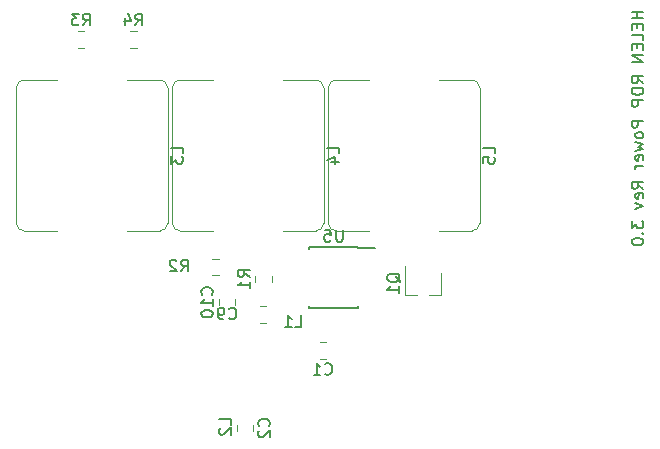
<source format=gbr>
G04 #@! TF.GenerationSoftware,KiCad,Pcbnew,5.1.4*
G04 #@! TF.CreationDate,2019-08-14T00:52:14-04:00*
G04 #@! TF.ProjectId,PowerRDP,506f7765-7252-4445-902e-6b696361645f,3*
G04 #@! TF.SameCoordinates,Original*
G04 #@! TF.FileFunction,Legend,Bot*
G04 #@! TF.FilePolarity,Positive*
%FSLAX46Y46*%
G04 Gerber Fmt 4.6, Leading zero omitted, Abs format (unit mm)*
G04 Created by KiCad (PCBNEW 5.1.4) date 2019-08-14 00:52:14*
%MOMM*%
%LPD*%
G04 APERTURE LIST*
%ADD10C,0.200000*%
%ADD11C,0.120000*%
%ADD12C,0.150000*%
G04 APERTURE END LIST*
D10*
X155646380Y-53642857D02*
X154646380Y-53642857D01*
X155122571Y-53642857D02*
X155122571Y-54214285D01*
X155646380Y-54214285D02*
X154646380Y-54214285D01*
X155122571Y-54690476D02*
X155122571Y-55023809D01*
X155646380Y-55166666D02*
X155646380Y-54690476D01*
X154646380Y-54690476D01*
X154646380Y-55166666D01*
X155646380Y-56071428D02*
X155646380Y-55595238D01*
X154646380Y-55595238D01*
X155122571Y-56404761D02*
X155122571Y-56738095D01*
X155646380Y-56880952D02*
X155646380Y-56404761D01*
X154646380Y-56404761D01*
X154646380Y-56880952D01*
X155646380Y-57309523D02*
X154646380Y-57309523D01*
X155646380Y-57880952D01*
X154646380Y-57880952D01*
X155646380Y-59690476D02*
X155170190Y-59357142D01*
X155646380Y-59119047D02*
X154646380Y-59119047D01*
X154646380Y-59500000D01*
X154694000Y-59595238D01*
X154741619Y-59642857D01*
X154836857Y-59690476D01*
X154979714Y-59690476D01*
X155074952Y-59642857D01*
X155122571Y-59595238D01*
X155170190Y-59500000D01*
X155170190Y-59119047D01*
X155646380Y-60119047D02*
X154646380Y-60119047D01*
X154646380Y-60357142D01*
X154694000Y-60500000D01*
X154789238Y-60595238D01*
X154884476Y-60642857D01*
X155074952Y-60690476D01*
X155217809Y-60690476D01*
X155408285Y-60642857D01*
X155503523Y-60595238D01*
X155598761Y-60500000D01*
X155646380Y-60357142D01*
X155646380Y-60119047D01*
X155646380Y-61119047D02*
X154646380Y-61119047D01*
X154646380Y-61500000D01*
X154694000Y-61595238D01*
X154741619Y-61642857D01*
X154836857Y-61690476D01*
X154979714Y-61690476D01*
X155074952Y-61642857D01*
X155122571Y-61595238D01*
X155170190Y-61500000D01*
X155170190Y-61119047D01*
X155646380Y-62880952D02*
X154646380Y-62880952D01*
X154646380Y-63261904D01*
X154694000Y-63357142D01*
X154741619Y-63404761D01*
X154836857Y-63452380D01*
X154979714Y-63452380D01*
X155074952Y-63404761D01*
X155122571Y-63357142D01*
X155170190Y-63261904D01*
X155170190Y-62880952D01*
X155646380Y-64023809D02*
X155598761Y-63928571D01*
X155551142Y-63880952D01*
X155455904Y-63833333D01*
X155170190Y-63833333D01*
X155074952Y-63880952D01*
X155027333Y-63928571D01*
X154979714Y-64023809D01*
X154979714Y-64166666D01*
X155027333Y-64261904D01*
X155074952Y-64309523D01*
X155170190Y-64357142D01*
X155455904Y-64357142D01*
X155551142Y-64309523D01*
X155598761Y-64261904D01*
X155646380Y-64166666D01*
X155646380Y-64023809D01*
X154979714Y-64690476D02*
X155646380Y-64880952D01*
X155170190Y-65071428D01*
X155646380Y-65261904D01*
X154979714Y-65452380D01*
X155598761Y-66214285D02*
X155646380Y-66119047D01*
X155646380Y-65928571D01*
X155598761Y-65833333D01*
X155503523Y-65785714D01*
X155122571Y-65785714D01*
X155027333Y-65833333D01*
X154979714Y-65928571D01*
X154979714Y-66119047D01*
X155027333Y-66214285D01*
X155122571Y-66261904D01*
X155217809Y-66261904D01*
X155313047Y-65785714D01*
X155646380Y-66690476D02*
X154979714Y-66690476D01*
X155170190Y-66690476D02*
X155074952Y-66738095D01*
X155027333Y-66785714D01*
X154979714Y-66880952D01*
X154979714Y-66976190D01*
X155646380Y-68642857D02*
X155170190Y-68309523D01*
X155646380Y-68071428D02*
X154646380Y-68071428D01*
X154646380Y-68452380D01*
X154694000Y-68547619D01*
X154741619Y-68595238D01*
X154836857Y-68642857D01*
X154979714Y-68642857D01*
X155074952Y-68595238D01*
X155122571Y-68547619D01*
X155170190Y-68452380D01*
X155170190Y-68071428D01*
X155598761Y-69452380D02*
X155646380Y-69357142D01*
X155646380Y-69166666D01*
X155598761Y-69071428D01*
X155503523Y-69023809D01*
X155122571Y-69023809D01*
X155027333Y-69071428D01*
X154979714Y-69166666D01*
X154979714Y-69357142D01*
X155027333Y-69452380D01*
X155122571Y-69500000D01*
X155217809Y-69500000D01*
X155313047Y-69023809D01*
X154979714Y-69833333D02*
X155646380Y-70071428D01*
X154979714Y-70309523D01*
X154646380Y-71357142D02*
X154646380Y-71976190D01*
X155027333Y-71642857D01*
X155027333Y-71785714D01*
X155074952Y-71880952D01*
X155122571Y-71928571D01*
X155217809Y-71976190D01*
X155455904Y-71976190D01*
X155551142Y-71928571D01*
X155598761Y-71880952D01*
X155646380Y-71785714D01*
X155646380Y-71500000D01*
X155598761Y-71404761D01*
X155551142Y-71357142D01*
X155551142Y-72404761D02*
X155598761Y-72452380D01*
X155646380Y-72404761D01*
X155598761Y-72357142D01*
X155551142Y-72404761D01*
X155646380Y-72404761D01*
X154646380Y-73071428D02*
X154646380Y-73166666D01*
X154694000Y-73261904D01*
X154741619Y-73309523D01*
X154836857Y-73357142D01*
X155027333Y-73404761D01*
X155265428Y-73404761D01*
X155455904Y-73357142D01*
X155551142Y-73309523D01*
X155598761Y-73261904D01*
X155646380Y-73166666D01*
X155646380Y-73071428D01*
X155598761Y-72976190D01*
X155551142Y-72928571D01*
X155455904Y-72880952D01*
X155265428Y-72833333D01*
X155027333Y-72833333D01*
X154836857Y-72880952D01*
X154741619Y-72928571D01*
X154694000Y-72976190D01*
X154646380Y-73071428D01*
D11*
X128253748Y-83006000D02*
X128776252Y-83006000D01*
X128253748Y-81586000D02*
X128776252Y-81586000D01*
X122630000Y-89161252D02*
X122630000Y-88638748D01*
X121210000Y-89161252D02*
X121210000Y-88638748D01*
X123705252Y-79958000D02*
X123182748Y-79958000D01*
X123705252Y-78538000D02*
X123182748Y-78538000D01*
X121106000Y-77979748D02*
X121106000Y-78502252D01*
X119686000Y-77979748D02*
X119686000Y-78502252D01*
X137472000Y-77590000D02*
X138522000Y-77590000D01*
X138522000Y-77590000D02*
X138522000Y-75740000D01*
X135472000Y-77590000D02*
X136472000Y-77590000D01*
X135462000Y-77570000D02*
X135462000Y-75140000D01*
X122787448Y-76012067D02*
X122787448Y-76534571D01*
X124207448Y-76012067D02*
X124207448Y-76534571D01*
X119163196Y-74556319D02*
X119685700Y-74556319D01*
X119163196Y-75976319D02*
X119685700Y-75976319D01*
D12*
X131508448Y-73580319D02*
X131508448Y-73630319D01*
X127358448Y-73580319D02*
X127358448Y-73725319D01*
X127358448Y-78730319D02*
X127358448Y-78585319D01*
X131508448Y-78730319D02*
X131508448Y-78585319D01*
X131508448Y-73580319D02*
X127358448Y-73580319D01*
X131508448Y-78730319D02*
X127358448Y-78730319D01*
X131508448Y-73630319D02*
X132908448Y-73630319D01*
D11*
X115366000Y-71560000D02*
X115366000Y-60060000D01*
X114716000Y-72210000D02*
X111966000Y-72210000D01*
X102566000Y-60060000D02*
X102566000Y-71560000D01*
X114716000Y-59410000D02*
X111966000Y-59410000D01*
X105966000Y-72210000D02*
X103216000Y-72210000D01*
X105966000Y-59410000D02*
X103216000Y-59410000D01*
X114716000Y-72210000D02*
G75*
G03X115366000Y-71560000I0J650000D01*
G01*
X102566000Y-71560000D02*
G75*
G03X103216000Y-72210000I650000J0D01*
G01*
X103216000Y-59410000D02*
G75*
G03X102566000Y-60060000I0J-650000D01*
G01*
X115366000Y-60060000D02*
G75*
G03X114716000Y-59410000I-650000J0D01*
G01*
X128574000Y-60060000D02*
G75*
G03X127924000Y-59410000I-650000J0D01*
G01*
X116424000Y-59410000D02*
G75*
G03X115774000Y-60060000I0J-650000D01*
G01*
X115774000Y-71560000D02*
G75*
G03X116424000Y-72210000I650000J0D01*
G01*
X127924000Y-72210000D02*
G75*
G03X128574000Y-71560000I0J650000D01*
G01*
X119174000Y-59410000D02*
X116424000Y-59410000D01*
X119174000Y-72210000D02*
X116424000Y-72210000D01*
X127924000Y-59410000D02*
X125174000Y-59410000D01*
X115774000Y-60060000D02*
X115774000Y-71560000D01*
X127924000Y-72210000D02*
X125174000Y-72210000D01*
X128574000Y-71560000D02*
X128574000Y-60060000D01*
X141782000Y-71560000D02*
X141782000Y-60060000D01*
X141132000Y-72210000D02*
X138382000Y-72210000D01*
X128982000Y-60060000D02*
X128982000Y-71560000D01*
X141132000Y-59410000D02*
X138382000Y-59410000D01*
X132382000Y-72210000D02*
X129632000Y-72210000D01*
X132382000Y-59410000D02*
X129632000Y-59410000D01*
X141132000Y-72210000D02*
G75*
G03X141782000Y-71560000I0J650000D01*
G01*
X128982000Y-71560000D02*
G75*
G03X129632000Y-72210000I650000J0D01*
G01*
X129632000Y-59410000D02*
G75*
G03X128982000Y-60060000I0J-650000D01*
G01*
X141782000Y-60060000D02*
G75*
G03X141132000Y-59410000I-650000J0D01*
G01*
X112736252Y-55290000D02*
X112213748Y-55290000D01*
X112736252Y-56710000D02*
X112213748Y-56710000D01*
X108286252Y-55290000D02*
X107763748Y-55290000D01*
X108286252Y-56710000D02*
X107763748Y-56710000D01*
D12*
X128681666Y-84303142D02*
X128729285Y-84350761D01*
X128872142Y-84398380D01*
X128967380Y-84398380D01*
X129110238Y-84350761D01*
X129205476Y-84255523D01*
X129253095Y-84160285D01*
X129300714Y-83969809D01*
X129300714Y-83826952D01*
X129253095Y-83636476D01*
X129205476Y-83541238D01*
X129110238Y-83446000D01*
X128967380Y-83398380D01*
X128872142Y-83398380D01*
X128729285Y-83446000D01*
X128681666Y-83493619D01*
X127729285Y-84398380D02*
X128300714Y-84398380D01*
X128015000Y-84398380D02*
X128015000Y-83398380D01*
X128110238Y-83541238D01*
X128205476Y-83636476D01*
X128300714Y-83684095D01*
X123927142Y-88733333D02*
X123974761Y-88685714D01*
X124022380Y-88542857D01*
X124022380Y-88447619D01*
X123974761Y-88304761D01*
X123879523Y-88209523D01*
X123784285Y-88161904D01*
X123593809Y-88114285D01*
X123450952Y-88114285D01*
X123260476Y-88161904D01*
X123165238Y-88209523D01*
X123070000Y-88304761D01*
X123022380Y-88447619D01*
X123022380Y-88542857D01*
X123070000Y-88685714D01*
X123117619Y-88733333D01*
X123117619Y-89114285D02*
X123070000Y-89161904D01*
X123022380Y-89257142D01*
X123022380Y-89495238D01*
X123070000Y-89590476D01*
X123117619Y-89638095D01*
X123212857Y-89685714D01*
X123308095Y-89685714D01*
X123450952Y-89638095D01*
X124022380Y-89066666D01*
X124022380Y-89685714D01*
X120562666Y-79605142D02*
X120610285Y-79652761D01*
X120753142Y-79700380D01*
X120848380Y-79700380D01*
X120991238Y-79652761D01*
X121086476Y-79557523D01*
X121134095Y-79462285D01*
X121181714Y-79271809D01*
X121181714Y-79128952D01*
X121134095Y-78938476D01*
X121086476Y-78843238D01*
X120991238Y-78748000D01*
X120848380Y-78700380D01*
X120753142Y-78700380D01*
X120610285Y-78748000D01*
X120562666Y-78795619D01*
X120086476Y-79700380D02*
X119896000Y-79700380D01*
X119800761Y-79652761D01*
X119753142Y-79605142D01*
X119657904Y-79462285D01*
X119610285Y-79271809D01*
X119610285Y-78890857D01*
X119657904Y-78795619D01*
X119705523Y-78748000D01*
X119800761Y-78700380D01*
X119991238Y-78700380D01*
X120086476Y-78748000D01*
X120134095Y-78795619D01*
X120181714Y-78890857D01*
X120181714Y-79128952D01*
X120134095Y-79224190D01*
X120086476Y-79271809D01*
X119991238Y-79319428D01*
X119800761Y-79319428D01*
X119705523Y-79271809D01*
X119657904Y-79224190D01*
X119610285Y-79128952D01*
X119103142Y-77598142D02*
X119150761Y-77550523D01*
X119198380Y-77407666D01*
X119198380Y-77312428D01*
X119150761Y-77169571D01*
X119055523Y-77074333D01*
X118960285Y-77026714D01*
X118769809Y-76979095D01*
X118626952Y-76979095D01*
X118436476Y-77026714D01*
X118341238Y-77074333D01*
X118246000Y-77169571D01*
X118198380Y-77312428D01*
X118198380Y-77407666D01*
X118246000Y-77550523D01*
X118293619Y-77598142D01*
X119198380Y-78550523D02*
X119198380Y-77979095D01*
X119198380Y-78264809D02*
X118198380Y-78264809D01*
X118341238Y-78169571D01*
X118436476Y-78074333D01*
X118484095Y-77979095D01*
X118198380Y-79169571D02*
X118198380Y-79264809D01*
X118246000Y-79360047D01*
X118293619Y-79407666D01*
X118388857Y-79455285D01*
X118579333Y-79502904D01*
X118817428Y-79502904D01*
X119007904Y-79455285D01*
X119103142Y-79407666D01*
X119150761Y-79360047D01*
X119198380Y-79264809D01*
X119198380Y-79169571D01*
X119150761Y-79074333D01*
X119103142Y-79026714D01*
X119007904Y-78979095D01*
X118817428Y-78931476D01*
X118579333Y-78931476D01*
X118388857Y-78979095D01*
X118293619Y-79026714D01*
X118246000Y-79074333D01*
X118198380Y-79169571D01*
X126150666Y-80335380D02*
X126626857Y-80335380D01*
X126626857Y-79335380D01*
X125293523Y-80335380D02*
X125864952Y-80335380D01*
X125579238Y-80335380D02*
X125579238Y-79335380D01*
X125674476Y-79478238D01*
X125769714Y-79573476D01*
X125864952Y-79621095D01*
X120721380Y-88604333D02*
X120721380Y-88128142D01*
X119721380Y-88128142D01*
X119816619Y-88890047D02*
X119769000Y-88937666D01*
X119721380Y-89032904D01*
X119721380Y-89271000D01*
X119769000Y-89366238D01*
X119816619Y-89413857D01*
X119911857Y-89461476D01*
X120007095Y-89461476D01*
X120149952Y-89413857D01*
X120721380Y-88842428D01*
X120721380Y-89461476D01*
X135069619Y-76544761D02*
X135022000Y-76449523D01*
X134926761Y-76354285D01*
X134783904Y-76211428D01*
X134736285Y-76116190D01*
X134736285Y-76020952D01*
X134974380Y-76068571D02*
X134926761Y-75973333D01*
X134831523Y-75878095D01*
X134641047Y-75830476D01*
X134307714Y-75830476D01*
X134117238Y-75878095D01*
X134022000Y-75973333D01*
X133974380Y-76068571D01*
X133974380Y-76259047D01*
X134022000Y-76354285D01*
X134117238Y-76449523D01*
X134307714Y-76497142D01*
X134641047Y-76497142D01*
X134831523Y-76449523D01*
X134926761Y-76354285D01*
X134974380Y-76259047D01*
X134974380Y-76068571D01*
X134974380Y-77449523D02*
X134974380Y-76878095D01*
X134974380Y-77163809D02*
X133974380Y-77163809D01*
X134117238Y-77068571D01*
X134212476Y-76973333D01*
X134260095Y-76878095D01*
X122299828Y-76106652D02*
X121823638Y-75773319D01*
X122299828Y-75535223D02*
X121299828Y-75535223D01*
X121299828Y-75916176D01*
X121347448Y-76011414D01*
X121395067Y-76059033D01*
X121490305Y-76106652D01*
X121633162Y-76106652D01*
X121728400Y-76059033D01*
X121776019Y-76011414D01*
X121823638Y-75916176D01*
X121823638Y-75535223D01*
X122299828Y-77059033D02*
X122299828Y-76487604D01*
X122299828Y-76773319D02*
X121299828Y-76773319D01*
X121442686Y-76678080D01*
X121537924Y-76582842D01*
X121585543Y-76487604D01*
X116498666Y-75636380D02*
X116832000Y-75160190D01*
X117070095Y-75636380D02*
X117070095Y-74636380D01*
X116689142Y-74636380D01*
X116593904Y-74684000D01*
X116546285Y-74731619D01*
X116498666Y-74826857D01*
X116498666Y-74969714D01*
X116546285Y-75064952D01*
X116593904Y-75112571D01*
X116689142Y-75160190D01*
X117070095Y-75160190D01*
X116117714Y-74731619D02*
X116070095Y-74684000D01*
X115974857Y-74636380D01*
X115736761Y-74636380D01*
X115641523Y-74684000D01*
X115593904Y-74731619D01*
X115546285Y-74826857D01*
X115546285Y-74922095D01*
X115593904Y-75064952D01*
X116165333Y-75636380D01*
X115546285Y-75636380D01*
X130195352Y-72107699D02*
X130195352Y-72917223D01*
X130147733Y-73012461D01*
X130100114Y-73060080D01*
X130004876Y-73107699D01*
X129814400Y-73107699D01*
X129719162Y-73060080D01*
X129671543Y-73012461D01*
X129623924Y-72917223D01*
X129623924Y-72107699D01*
X128671543Y-72107699D02*
X129147733Y-72107699D01*
X129195352Y-72583890D01*
X129147733Y-72536271D01*
X129052495Y-72488652D01*
X128814400Y-72488652D01*
X128719162Y-72536271D01*
X128671543Y-72583890D01*
X128623924Y-72679128D01*
X128623924Y-72917223D01*
X128671543Y-73012461D01*
X128719162Y-73060080D01*
X128814400Y-73107699D01*
X129052495Y-73107699D01*
X129147733Y-73060080D01*
X129195352Y-73012461D01*
X116668380Y-65643333D02*
X116668380Y-65167142D01*
X115668380Y-65167142D01*
X115668380Y-65881428D02*
X115668380Y-66500476D01*
X116049333Y-66167142D01*
X116049333Y-66310000D01*
X116096952Y-66405238D01*
X116144571Y-66452857D01*
X116239809Y-66500476D01*
X116477904Y-66500476D01*
X116573142Y-66452857D01*
X116620761Y-66405238D01*
X116668380Y-66310000D01*
X116668380Y-66024285D01*
X116620761Y-65929047D01*
X116573142Y-65881428D01*
X129876380Y-65643333D02*
X129876380Y-65167142D01*
X128876380Y-65167142D01*
X129209714Y-66405238D02*
X129876380Y-66405238D01*
X128828761Y-66167142D02*
X129543047Y-65929047D01*
X129543047Y-66548095D01*
X143084380Y-65643333D02*
X143084380Y-65167142D01*
X142084380Y-65167142D01*
X142084380Y-66452857D02*
X142084380Y-65976666D01*
X142560571Y-65929047D01*
X142512952Y-65976666D01*
X142465333Y-66071904D01*
X142465333Y-66310000D01*
X142512952Y-66405238D01*
X142560571Y-66452857D01*
X142655809Y-66500476D01*
X142893904Y-66500476D01*
X142989142Y-66452857D01*
X143036761Y-66405238D01*
X143084380Y-66310000D01*
X143084380Y-66071904D01*
X143036761Y-65976666D01*
X142989142Y-65929047D01*
X112641666Y-54802380D02*
X112975000Y-54326190D01*
X113213095Y-54802380D02*
X113213095Y-53802380D01*
X112832142Y-53802380D01*
X112736904Y-53850000D01*
X112689285Y-53897619D01*
X112641666Y-53992857D01*
X112641666Y-54135714D01*
X112689285Y-54230952D01*
X112736904Y-54278571D01*
X112832142Y-54326190D01*
X113213095Y-54326190D01*
X111784523Y-54135714D02*
X111784523Y-54802380D01*
X112022619Y-53754761D02*
X112260714Y-54469047D01*
X111641666Y-54469047D01*
X108191666Y-54802380D02*
X108525000Y-54326190D01*
X108763095Y-54802380D02*
X108763095Y-53802380D01*
X108382142Y-53802380D01*
X108286904Y-53850000D01*
X108239285Y-53897619D01*
X108191666Y-53992857D01*
X108191666Y-54135714D01*
X108239285Y-54230952D01*
X108286904Y-54278571D01*
X108382142Y-54326190D01*
X108763095Y-54326190D01*
X107858333Y-53802380D02*
X107239285Y-53802380D01*
X107572619Y-54183333D01*
X107429761Y-54183333D01*
X107334523Y-54230952D01*
X107286904Y-54278571D01*
X107239285Y-54373809D01*
X107239285Y-54611904D01*
X107286904Y-54707142D01*
X107334523Y-54754761D01*
X107429761Y-54802380D01*
X107715476Y-54802380D01*
X107810714Y-54754761D01*
X107858333Y-54707142D01*
M02*

</source>
